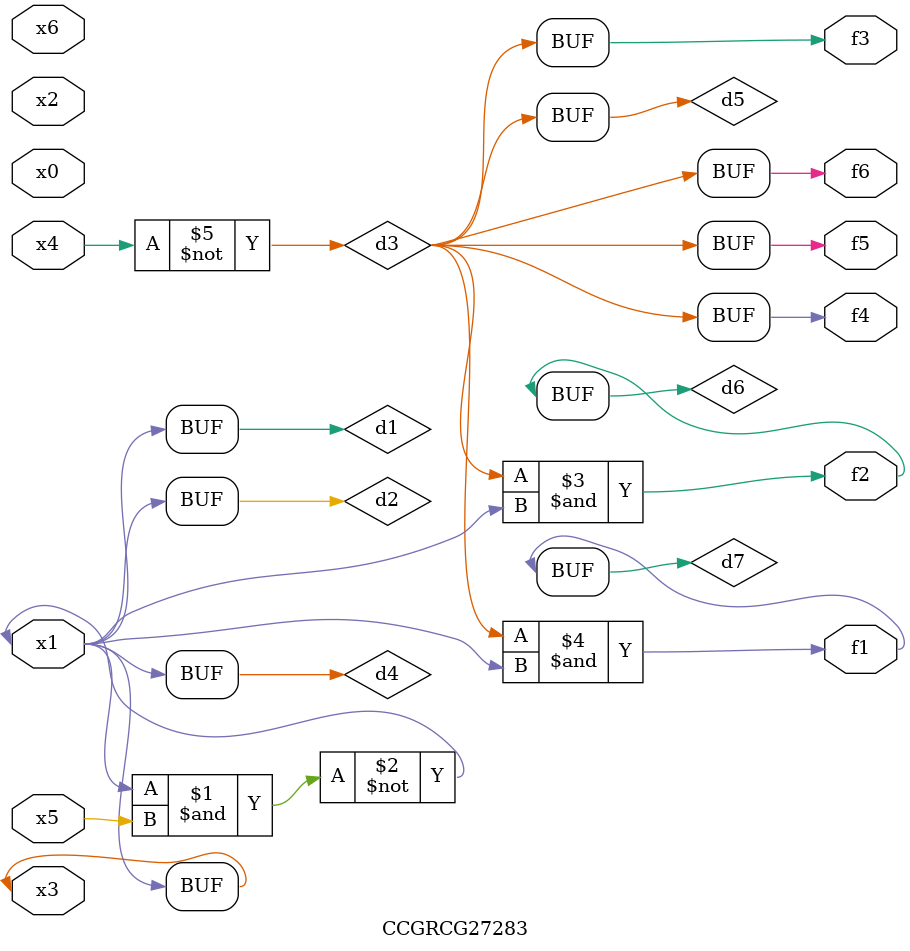
<source format=v>
module CCGRCG27283(
	input x0, x1, x2, x3, x4, x5, x6,
	output f1, f2, f3, f4, f5, f6
);

	wire d1, d2, d3, d4, d5, d6, d7;

	buf (d1, x1, x3);
	nand (d2, x1, x5);
	not (d3, x4);
	buf (d4, d1, d2);
	buf (d5, d3);
	and (d6, d3, d4);
	and (d7, d3, d4);
	assign f1 = d7;
	assign f2 = d6;
	assign f3 = d5;
	assign f4 = d5;
	assign f5 = d5;
	assign f6 = d5;
endmodule

</source>
